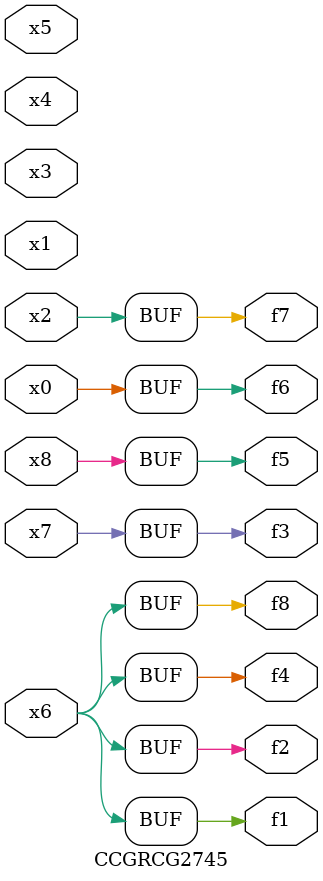
<source format=v>
module CCGRCG2745(
	input x0, x1, x2, x3, x4, x5, x6, x7, x8,
	output f1, f2, f3, f4, f5, f6, f7, f8
);
	assign f1 = x6;
	assign f2 = x6;
	assign f3 = x7;
	assign f4 = x6;
	assign f5 = x8;
	assign f6 = x0;
	assign f7 = x2;
	assign f8 = x6;
endmodule

</source>
